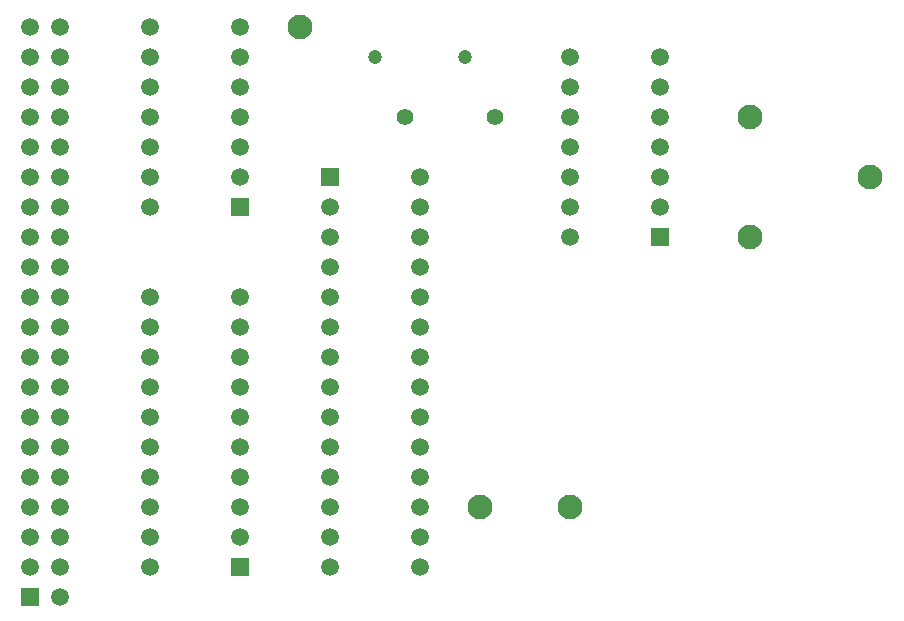
<source format=gtl>
G04*
G04 #@! TF.GenerationSoftware,Altium Limited,Altium Designer,21.9.1 (22)*
G04*
G04 Layer_Physical_Order=1*
G04 Layer_Color=255*
%FSLAX25Y25*%
%MOIN*%
G70*
G04*
G04 #@! TF.SameCoordinates,D21D48F5-640B-449E-B1FD-98C6F9B5C5F0*
G04*
G04*
G04 #@! TF.FilePolarity,Positive*
G04*
G01*
G75*
%ADD22R,0.05906X0.05906*%
%ADD23C,0.05906*%
%ADD24C,0.05906*%
%ADD25C,0.08268*%
%ADD26C,0.05512*%
%ADD27R,0.05906X0.05906*%
%ADD28C,0.04724*%
D22*
X180000Y130000D02*
D03*
X320000Y240000D02*
D03*
X210000Y260000D02*
D03*
X180000Y250000D02*
D03*
D23*
Y140000D02*
D03*
Y150000D02*
D03*
Y160000D02*
D03*
Y170000D02*
D03*
Y180000D02*
D03*
Y190000D02*
D03*
Y200000D02*
D03*
Y210000D02*
D03*
Y220000D02*
D03*
X150000Y130000D02*
D03*
Y150000D02*
D03*
Y160000D02*
D03*
Y170000D02*
D03*
Y180000D02*
D03*
Y190000D02*
D03*
Y200000D02*
D03*
Y210000D02*
D03*
Y220000D02*
D03*
X320000Y250000D02*
D03*
Y260000D02*
D03*
Y270000D02*
D03*
Y280000D02*
D03*
Y290000D02*
D03*
Y300000D02*
D03*
X290000Y240000D02*
D03*
Y250000D02*
D03*
Y260000D02*
D03*
Y270000D02*
D03*
Y280000D02*
D03*
Y290000D02*
D03*
Y300000D02*
D03*
X240000Y130000D02*
D03*
Y140000D02*
D03*
Y150000D02*
D03*
Y160000D02*
D03*
Y170000D02*
D03*
Y180000D02*
D03*
Y190000D02*
D03*
Y200000D02*
D03*
Y210000D02*
D03*
Y220000D02*
D03*
Y230000D02*
D03*
Y240000D02*
D03*
Y250000D02*
D03*
Y260000D02*
D03*
X210000Y130000D02*
D03*
Y140000D02*
D03*
Y150000D02*
D03*
Y160000D02*
D03*
Y170000D02*
D03*
Y180000D02*
D03*
Y190000D02*
D03*
Y200000D02*
D03*
Y210000D02*
D03*
Y220000D02*
D03*
Y230000D02*
D03*
Y240000D02*
D03*
Y250000D02*
D03*
X180000Y260000D02*
D03*
Y270000D02*
D03*
Y280000D02*
D03*
Y290000D02*
D03*
Y300000D02*
D03*
Y310000D02*
D03*
X150000Y250000D02*
D03*
Y260000D02*
D03*
Y270000D02*
D03*
Y280000D02*
D03*
Y290000D02*
D03*
Y300000D02*
D03*
Y310000D02*
D03*
D24*
Y140000D02*
D03*
X120000Y310000D02*
D03*
X110000D02*
D03*
X120000Y300000D02*
D03*
X110000D02*
D03*
X120000Y290000D02*
D03*
X110000D02*
D03*
X120000Y280000D02*
D03*
X110000D02*
D03*
X120000Y270000D02*
D03*
X110000D02*
D03*
X120000Y260000D02*
D03*
X110000D02*
D03*
X120000Y250000D02*
D03*
X110000D02*
D03*
X120000Y240000D02*
D03*
X110000D02*
D03*
X120000Y230000D02*
D03*
X110000D02*
D03*
X120000Y220000D02*
D03*
X110000D02*
D03*
X120000Y210000D02*
D03*
X110000D02*
D03*
X120000Y200000D02*
D03*
X110000D02*
D03*
X120000Y190000D02*
D03*
X110000D02*
D03*
X120000Y180000D02*
D03*
X110000D02*
D03*
X120000Y170000D02*
D03*
X110000D02*
D03*
X120000Y160000D02*
D03*
X110000D02*
D03*
X120000Y150000D02*
D03*
X110000D02*
D03*
X120000Y140000D02*
D03*
X110000D02*
D03*
X120000Y130000D02*
D03*
X110000D02*
D03*
X120000Y120000D02*
D03*
D25*
X390000Y260000D02*
D03*
X200000Y310000D02*
D03*
X290000Y150000D02*
D03*
X260000D02*
D03*
X350000Y240000D02*
D03*
Y280000D02*
D03*
D26*
X235000D02*
D03*
X265000D02*
D03*
D27*
X110000Y120000D02*
D03*
D28*
X255000Y300000D02*
D03*
X225000D02*
D03*
M02*

</source>
